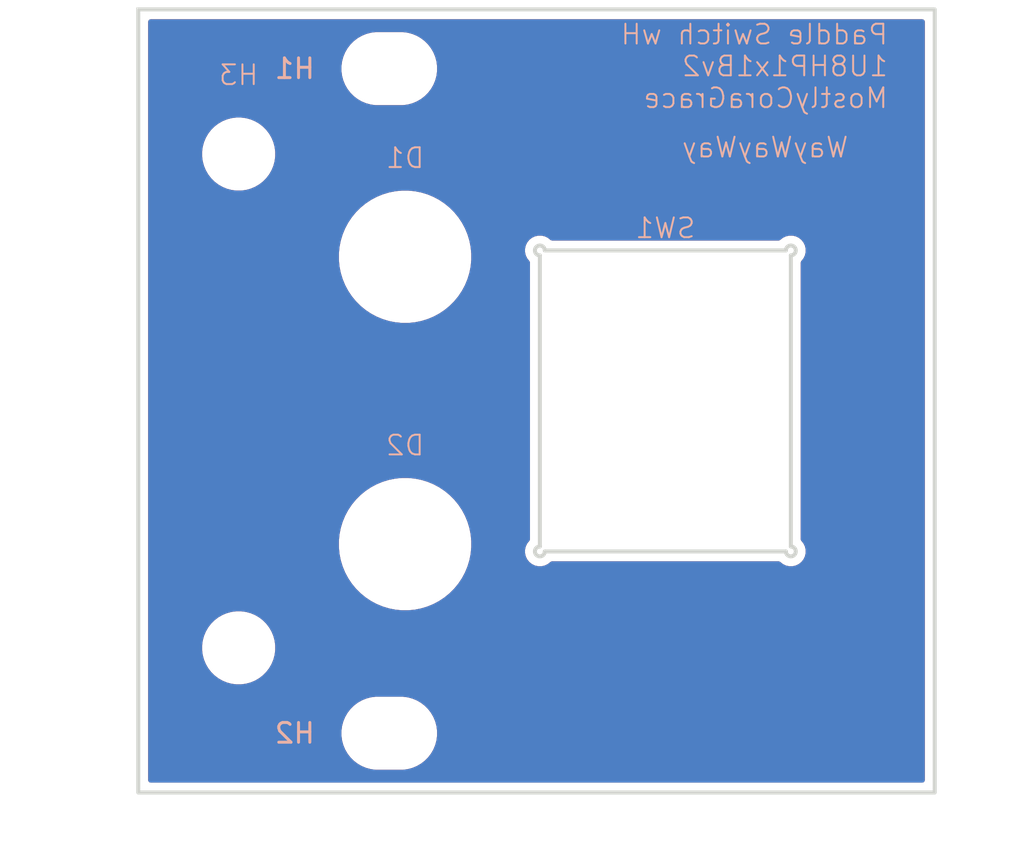
<source format=kicad_pcb>
(kicad_pcb (version 20241229) (generator "pcbnew") (generator_version "9.0")
  (layers (0 "F.Cu" signal) (2 "B.Cu" signal) (13 "F.Paste" user) (15 "B.Paste" user) (5 "F.SilkS" user "F.Silkscreen") (7 "B.SilkS" user "B.Silkscreen") (1 "F.Mask" user) (3 "B.Mask" user) (25 "Edge.Cuts" user))
  (net 0 "")
  (footprint "EXC:6mm_Panel_Mount_LED" (layer "F.Cu") (at 13.5 14.95)
    (property "Reference" "D1" (at 0 -5 0) (layer "B.SilkS") (effects (font (thickness 0.1)) (justify mirror)))
    (property "Value" "6mm_Panel_Mount_LED")
    (pad "" np_thru_hole circle (at 0 0) (size 6.2 6.2) (drill 6.2) (layers "*.Cu" "*.Mask"))
  )
  (footprint "EXC:SW_DPDT_p5xp6i_Panel_Mount_Paddle_Switch_A" (layer "F.Cu") (at 26.67 22.25)
    (property "Reference" "SW1" (at 0 -8.75 0) (layer "B.SilkS") (effects (font (thickness 0.1)) (justify mirror)))
    (property "Value" "SW_DPDT-p5xp6i_Panel_Mount_Paddle_Switch_A")
    (fp_line (start -6.349999 -7.37) (end -6.35 7.37) (stroke (width 0.2)) (layer "Edge.Cuts"))
    (fp_line (start -6.1 7.619999) (end 6.1 7.62) (stroke (width 0.2)) (layer "Edge.Cuts"))
    (fp_line (start 6.1 -7.62) (end -6.1 -7.62) (stroke (width 0.2)) (layer "Edge.Cuts"))
    (fp_line (start 6.35 7.37) (end 6.35 -7.37) (stroke (width 0.2)) (layer "Edge.Cuts"))
    (fp_arc (start -6.35 -7.37) (mid -6.526777 -7.796777) (end -6.1 -7.62) (stroke (width 0.2)) (layer "Edge.Cuts"))
    (fp_arc (start -6.1 7.62) (mid -6.526777 7.796777) (end -6.35 7.37) (stroke (width 0.2)) (layer "Edge.Cuts"))
    (fp_arc (start 6.1 -7.62) (mid 6.526777 -7.796777) (end 6.35 -7.37) (stroke (width 0.2)) (layer "Edge.Cuts"))
    (fp_arc (start 6.35 7.37) (mid 6.526777 7.796777) (end 6.1 7.62) (stroke (width 0.2)) (layer "Edge.Cuts"))
  )
  (footprint "EXC:6mm_Panel_Mount_LED" (layer "F.Cu") (at 13.5 29.5)
    (property "Reference" "D2" (at 0 -5 0) (layer "B.SilkS") (effects (font (thickness 0.1)) (justify mirror)))
    (property "Value" "6mm_Panel_Mount_LED")
    (pad "" np_thru_hole circle (at 0 0) (size 6.2 6.2) (drill 6.2) (layers "*.Cu" "*.Mask"))
  )
  (footprint "EXC:Handle_1UM3P25_A" (layer "F.Cu") (at 5.08 9.75)
    (property "Reference" "H3" (at 0 -4 0) (layer "B.SilkS") (effects (font (thickness 0.1)) (justify mirror)))
    (property "Value" "Handle_1UM3P25_PanelMount_A")
    (pad "" np_thru_hole circle (at 0 0) (size 3.2 3.2) (drill 3.2) (layers "*.Cu" "*.Mask"))
    (pad "" np_thru_hole circle (at 0 25) (size 3.2 3.2) (drill 3.2) (layers "*.Cu" "*.Mask"))
  )
  (footprint "EXC:MountingHole_3.2mm_M3" (layer "F.Cu") (at 12.7 5.425)
    (property "Reference" "H1" (at -3.683 0 0) (layer "B.SilkS") (effects (justify left mirror)))
    (property "Value" "Eurorack_M3_MountingHole")
    (pad "" np_thru_hole oval (at 0 0) (size 4.34 3.2) (drill oval 4.34 3.2) (layers "*.Cu" "*.Mask"))
  )
  (footprint "EXC:MountingHole_3.2mm_M3" (layer "F.Cu") (at 12.7 39.075)
    (property "Reference" "H2" (at -3.683 0 0) (layer "B.SilkS") (effects (justify left mirror)))
    (property "Value" "Eurorack_M3_MountingHole")
    (pad "" np_thru_hole oval (at 0 0) (size 4.34 3.2) (drill oval 4.34 3.2) (layers "*.Cu" "*.Mask"))
  )
  (gr_rect (start 0 2.425) (end 40.3 42.075) (stroke (width 0.2)) (fill no) (layer "Edge.Cuts"))
  (gr_text "Paddle Switch wH\n1U8HP1x1Bv2\nMostlyCoraGrace" (at 38 7.5 0) (layer "B.SilkS") (effects (font (size 1 1) (thickness 0.1)) (justify left bottom mirror)))
  (gr_text "WayWayWay" (at 36 10 0) (layer "B.SilkS") (effects (font (size 1 1) (thickness 0.1)) (justify left bottom mirror)))
  (zone (net 0) (net_name "") (layers "F.Cu" "B.Cu") (connect_pads (clearance 0.5)) (min_thickness 0.25) (fill yes (thermal_gap 0.5) (thermal_bridge_width 0.5) (island_removal_mode 1) (island_area_min 10))
    (polygon (pts (xy 0 2.425) (xy 40.3 2.425) (xy 40.3 42.075) (xy 0 42.075)))
  )
)
</source>
